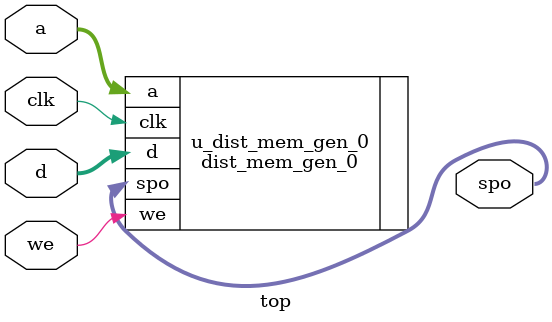
<source format=v>
module top (
    input wire [5:0] a,       // 地址输入
    input wire [31:0] d,      // 数据输入
    input wire clk,           // 时钟信号
    input wire we,            // 写使能信号
    output wire [31:0] spo    // 数据输出
);

    // 实例化 dist_mem_gen_0
    dist_mem_gen_0 u_dist_mem_gen_0 (
        .a(a),      
        .d(d),      
        .clk(clk),  
        .we(we),    
        .spo(spo)   
    );

endmodule
</source>
